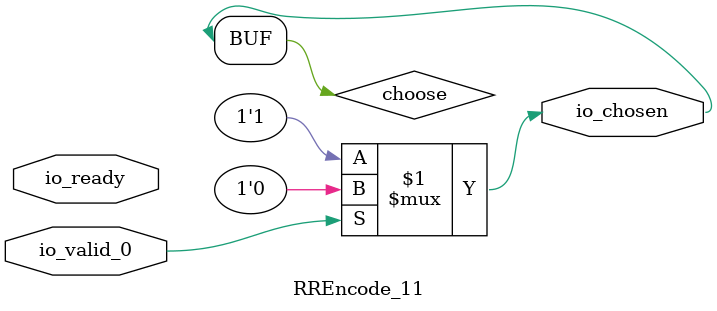
<source format=v>
module RREncode_11(
    input  io_valid_0,
    output io_chosen,
    input  io_ready);
  wire choose;
  assign io_chosen = choose;
  assign choose = io_valid_0 ? 1'h0 : 1'h1;
endmodule
</source>
